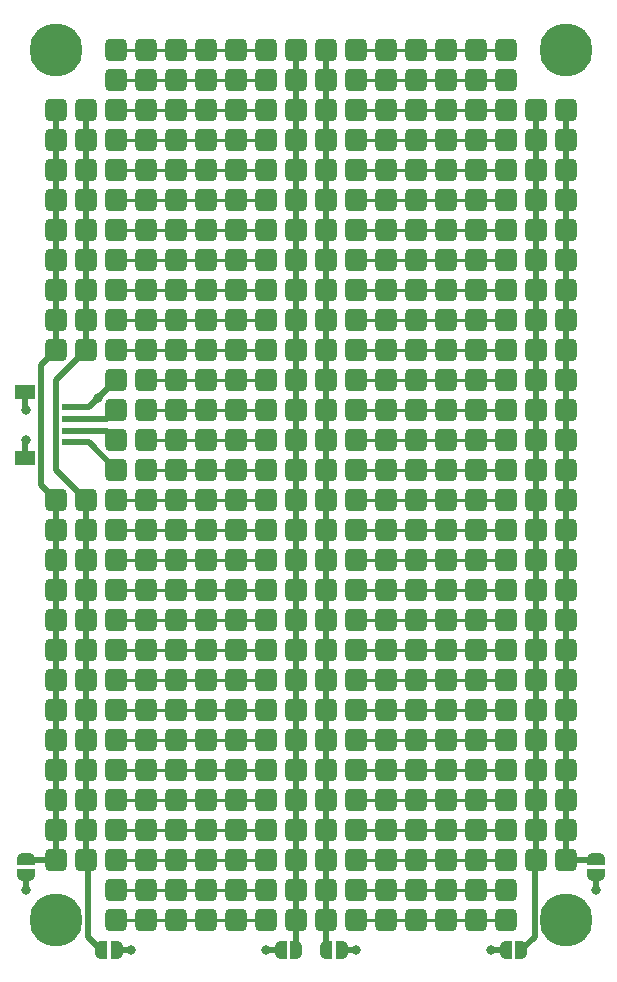
<source format=gbr>
%TF.GenerationSoftware,KiCad,Pcbnew,8.0.8*%
%TF.CreationDate,2025-08-24T09:26:36-04:00*%
%TF.ProjectId,project-protoboard,70726f6a-6563-4742-9d70-726f746f626f,rev?*%
%TF.SameCoordinates,Original*%
%TF.FileFunction,Copper,L1,Top*%
%TF.FilePolarity,Positive*%
%FSLAX46Y46*%
G04 Gerber Fmt 4.6, Leading zero omitted, Abs format (unit mm)*
G04 Created by KiCad (PCBNEW 8.0.8) date 2025-08-24 09:26:36*
%MOMM*%
%LPD*%
G01*
G04 APERTURE LIST*
G04 Aperture macros list*
%AMRoundRect*
0 Rectangle with rounded corners*
0 $1 Rounding radius*
0 $2 $3 $4 $5 $6 $7 $8 $9 X,Y pos of 4 corners*
0 Add a 4 corners polygon primitive as box body*
4,1,4,$2,$3,$4,$5,$6,$7,$8,$9,$2,$3,0*
0 Add four circle primitives for the rounded corners*
1,1,$1+$1,$2,$3*
1,1,$1+$1,$4,$5*
1,1,$1+$1,$6,$7*
1,1,$1+$1,$8,$9*
0 Add four rect primitives between the rounded corners*
20,1,$1+$1,$2,$3,$4,$5,0*
20,1,$1+$1,$4,$5,$6,$7,0*
20,1,$1+$1,$6,$7,$8,$9,0*
20,1,$1+$1,$8,$9,$2,$3,0*%
%AMFreePoly0*
4,1,19,0.500000,-0.750000,0.000000,-0.750000,0.000000,-0.744911,-0.071157,-0.744911,-0.207708,-0.704816,-0.327430,-0.627875,-0.420627,-0.520320,-0.479746,-0.390866,-0.500000,-0.250000,-0.500000,0.250000,-0.479746,0.390866,-0.420627,0.520320,-0.327430,0.627875,-0.207708,0.704816,-0.071157,0.744911,0.000000,0.744911,0.000000,0.750000,0.500000,0.750000,0.500000,-0.750000,0.500000,-0.750000,
$1*%
%AMFreePoly1*
4,1,19,0.000000,0.744911,0.071157,0.744911,0.207708,0.704816,0.327430,0.627875,0.420627,0.520320,0.479746,0.390866,0.500000,0.250000,0.500000,-0.250000,0.479746,-0.390866,0.420627,-0.520320,0.327430,-0.627875,0.207708,-0.704816,0.071157,-0.744911,0.000000,-0.744911,0.000000,-0.750000,-0.500000,-0.750000,-0.500000,0.750000,0.000000,0.750000,0.000000,0.744911,0.000000,0.744911,
$1*%
G04 Aperture macros list end*
%TA.AperFunction,SMDPad,CuDef*%
%ADD10RoundRect,0.475000X-0.475000X0.475000X-0.475000X-0.475000X0.475000X-0.475000X0.475000X0.475000X0*%
%TD*%
%TA.AperFunction,SMDPad,CuDef*%
%ADD11RoundRect,0.475000X-0.475000X-0.475000X0.475000X-0.475000X0.475000X0.475000X-0.475000X0.475000X0*%
%TD*%
%TA.AperFunction,SMDPad,CuDef*%
%ADD12RoundRect,0.475000X0.475000X0.475000X-0.475000X0.475000X-0.475000X-0.475000X0.475000X-0.475000X0*%
%TD*%
%TA.AperFunction,SMDPad,CuDef*%
%ADD13FreePoly0,180.000000*%
%TD*%
%TA.AperFunction,SMDPad,CuDef*%
%ADD14FreePoly1,180.000000*%
%TD*%
%TA.AperFunction,ComponentPad*%
%ADD15C,4.500000*%
%TD*%
%TA.AperFunction,SMDPad,CuDef*%
%ADD16R,1.550000X0.600000*%
%TD*%
%TA.AperFunction,SMDPad,CuDef*%
%ADD17R,1.800000X1.200000*%
%TD*%
%TA.AperFunction,SMDPad,CuDef*%
%ADD18FreePoly0,0.000000*%
%TD*%
%TA.AperFunction,SMDPad,CuDef*%
%ADD19FreePoly1,0.000000*%
%TD*%
%TA.AperFunction,SMDPad,CuDef*%
%ADD20FreePoly0,90.000000*%
%TD*%
%TA.AperFunction,SMDPad,CuDef*%
%ADD21FreePoly1,90.000000*%
%TD*%
%TA.AperFunction,ViaPad*%
%ADD22C,0.800000*%
%TD*%
%TA.AperFunction,Conductor*%
%ADD23C,0.500000*%
%TD*%
%TA.AperFunction,Conductor*%
%ADD24C,0.254000*%
%TD*%
G04 APERTURE END LIST*
D10*
%TO.P,J9,1,Pin_1*%
%TO.N,Net-(J9-Pin_1)*%
X81280000Y-27940000D03*
%TO.P,J9,2,Pin_2*%
X83820000Y-27940000D03*
%TO.P,J9,3,Pin_3*%
X86360000Y-27940000D03*
%TO.P,J9,4,Pin_4*%
X88900000Y-27940000D03*
%TO.P,J9,5,Pin_5*%
X91440000Y-27940000D03*
%TO.P,J9,6,Pin_6*%
X93980000Y-27940000D03*
%TD*%
D11*
%TO.P,J37,1,Pin_1*%
%TO.N,Net-(J37-Pin_1)*%
X96520000Y-96520000D03*
%TO.P,J37,2,Pin_2*%
X96520000Y-93980000D03*
%TO.P,J37,3,Pin_3*%
X96520000Y-91440000D03*
%TO.P,J37,4,Pin_4*%
X96520000Y-88900000D03*
%TO.P,J37,5,Pin_5*%
X96520000Y-86360000D03*
%TO.P,J37,6,Pin_6*%
X96520000Y-83820000D03*
%TO.P,J37,7,Pin_7*%
X96520000Y-81280000D03*
%TO.P,J37,8,Pin_8*%
X96520000Y-78740000D03*
%TO.P,J37,9,Pin_9*%
X96520000Y-76200000D03*
%TO.P,J37,10,Pin_10*%
X96520000Y-73660000D03*
%TO.P,J37,11,Pin_11*%
X96520000Y-71120000D03*
%TO.P,J37,12,Pin_12*%
X96520000Y-68580000D03*
%TO.P,J37,13,Pin_13*%
X96520000Y-66040000D03*
%TO.P,J37,14,Pin_14*%
X96520000Y-63500000D03*
%TO.P,J37,15,Pin_15*%
X96520000Y-60960000D03*
%TO.P,J37,16,Pin_16*%
X96520000Y-58420000D03*
%TO.P,J37,17,Pin_17*%
X96520000Y-55880000D03*
%TO.P,J37,18,Pin_18*%
X96520000Y-53340000D03*
%TO.P,J37,19,Pin_19*%
X96520000Y-50800000D03*
%TO.P,J37,20,Pin_20*%
X96520000Y-48260000D03*
%TO.P,J37,21,Pin_21*%
X96520000Y-45720000D03*
%TO.P,J37,22,Pin_22*%
X96520000Y-43180000D03*
%TO.P,J37,23,Pin_23*%
X96520000Y-40640000D03*
%TO.P,J37,24,Pin_24*%
X96520000Y-38100000D03*
%TO.P,J37,25,Pin_25*%
X96520000Y-35560000D03*
%TO.P,J37,26,Pin_26*%
X96520000Y-33020000D03*
%TO.P,J37,27,Pin_27*%
X96520000Y-30480000D03*
%TO.P,J37,28,Pin_28*%
X96520000Y-27940000D03*
%TO.P,J37,29,Pin_29*%
X96520000Y-25400000D03*
%TO.P,J37,30,Pin_30*%
X96520000Y-22860000D03*
%TD*%
D12*
%TO.P,J70,1,Pin_1*%
%TO.N,Net-(J70-Pin_1)*%
X116840000Y-27940000D03*
%TO.P,J70,2,Pin_2*%
X116840000Y-30480000D03*
%TO.P,J70,3,Pin_3*%
X116840000Y-33020000D03*
%TO.P,J70,4,Pin_4*%
X116840000Y-35560000D03*
%TO.P,J70,5,Pin_5*%
X116840000Y-38100000D03*
%TO.P,J70,6,Pin_6*%
X116840000Y-40640000D03*
%TO.P,J70,7,Pin_7*%
X116840000Y-43180000D03*
%TO.P,J70,8,Pin_8*%
X116840000Y-45720000D03*
%TO.P,J70,9,Pin_9*%
X116840000Y-48260000D03*
%TO.P,J70,10,Pin_10*%
X116840000Y-50800000D03*
%TO.P,J70,11,Pin_11*%
X116840000Y-53340000D03*
%TO.P,J70,12,Pin_12*%
X116840000Y-55880000D03*
%TO.P,J70,13,Pin_13*%
X116840000Y-58420000D03*
%TO.P,J70,14,Pin_14*%
X116840000Y-60960000D03*
%TO.P,J70,15,Pin_15*%
X116840000Y-63500000D03*
%TO.P,J70,16,Pin_16*%
X116840000Y-66040000D03*
%TO.P,J70,17,Pin_17*%
X116840000Y-68580000D03*
%TO.P,J70,18,Pin_18*%
X116840000Y-71120000D03*
%TO.P,J70,19,Pin_19*%
X116840000Y-73660000D03*
%TO.P,J70,20,Pin_20*%
X116840000Y-76200000D03*
%TO.P,J70,21,Pin_21*%
X116840000Y-78740000D03*
%TO.P,J70,22,Pin_22*%
X116840000Y-81280000D03*
%TO.P,J70,23,Pin_23*%
X116840000Y-83820000D03*
%TO.P,J70,24,Pin_24*%
X116840000Y-86360000D03*
%TO.P,J70,25,Pin_25*%
X116840000Y-88900000D03*
%TO.P,J70,26,Pin_26*%
X116840000Y-91440000D03*
%TD*%
D10*
%TO.P,J59,1,Pin_1*%
%TO.N,Net-(J59-Pin_1)*%
X101600000Y-73660000D03*
%TO.P,J59,2,Pin_2*%
X104140000Y-73660000D03*
%TO.P,J59,3,Pin_3*%
X106680000Y-73660000D03*
%TO.P,J59,4,Pin_4*%
X109220000Y-73660000D03*
%TO.P,J59,5,Pin_5*%
X111760000Y-73660000D03*
%TO.P,J59,6,Pin_6*%
X114300000Y-73660000D03*
%TD*%
%TO.P,J24,1,Pin_1*%
%TO.N,Net-(J24-Pin_1)*%
X81280000Y-66040000D03*
%TO.P,J24,2,Pin_2*%
X83820000Y-66040000D03*
%TO.P,J24,3,Pin_3*%
X86360000Y-66040000D03*
%TO.P,J24,4,Pin_4*%
X88900000Y-66040000D03*
%TO.P,J24,5,Pin_5*%
X91440000Y-66040000D03*
%TO.P,J24,6,Pin_6*%
X93980000Y-66040000D03*
%TD*%
D12*
%TO.P,J69,1,Pin_1*%
%TO.N,Net-(J69-Pin_1)*%
X119380000Y-27940000D03*
%TO.P,J69,2,Pin_2*%
X119380000Y-30480000D03*
%TO.P,J69,3,Pin_3*%
X119380000Y-33020000D03*
%TO.P,J69,4,Pin_4*%
X119380000Y-35560000D03*
%TO.P,J69,5,Pin_5*%
X119380000Y-38100000D03*
%TO.P,J69,6,Pin_6*%
X119380000Y-40640000D03*
%TO.P,J69,7,Pin_7*%
X119380000Y-43180000D03*
%TO.P,J69,8,Pin_8*%
X119380000Y-45720000D03*
%TO.P,J69,9,Pin_9*%
X119380000Y-48260000D03*
%TO.P,J69,10,Pin_10*%
X119380000Y-50800000D03*
%TO.P,J69,11,Pin_11*%
X119380000Y-53340000D03*
%TO.P,J69,12,Pin_12*%
X119380000Y-55880000D03*
%TO.P,J69,13,Pin_13*%
X119380000Y-58420000D03*
%TO.P,J69,14,Pin_14*%
X119380000Y-60960000D03*
%TO.P,J69,15,Pin_15*%
X119380000Y-63500000D03*
%TO.P,J69,16,Pin_16*%
X119380000Y-66040000D03*
%TO.P,J69,17,Pin_17*%
X119380000Y-68580000D03*
%TO.P,J69,18,Pin_18*%
X119380000Y-71120000D03*
%TO.P,J69,19,Pin_19*%
X119380000Y-73660000D03*
%TO.P,J69,20,Pin_20*%
X119380000Y-76200000D03*
%TO.P,J69,21,Pin_21*%
X119380000Y-78740000D03*
%TO.P,J69,22,Pin_22*%
X119380000Y-81280000D03*
%TO.P,J69,23,Pin_23*%
X119380000Y-83820000D03*
%TO.P,J69,24,Pin_24*%
X119380000Y-86360000D03*
%TO.P,J69,25,Pin_25*%
X119380000Y-88900000D03*
%TO.P,J69,26,Pin_26*%
X119380000Y-91440000D03*
%TD*%
D13*
%TO.P,JP4,1,A*%
%TO.N,GND*%
X100360000Y-99060000D03*
D14*
%TO.P,JP4,2,B*%
%TO.N,Net-(J38-Pin_1)*%
X99060000Y-99060000D03*
%TD*%
D10*
%TO.P,J44,1,Pin_1*%
%TO.N,Net-(J44-Pin_1)*%
X101600000Y-35560000D03*
%TO.P,J44,2,Pin_2*%
X104140000Y-35560000D03*
%TO.P,J44,3,Pin_3*%
X106680000Y-35560000D03*
%TO.P,J44,4,Pin_4*%
X109220000Y-35560000D03*
%TO.P,J44,5,Pin_5*%
X111760000Y-35560000D03*
%TO.P,J44,6,Pin_6*%
X114300000Y-35560000D03*
%TD*%
%TO.P,J35,1,Pin_1*%
%TO.N,Net-(J35-Pin_1)*%
X81280000Y-93980000D03*
%TO.P,J35,2,Pin_2*%
X83820000Y-93980000D03*
%TO.P,J35,3,Pin_3*%
X86360000Y-93980000D03*
%TO.P,J35,4,Pin_4*%
X88900000Y-93980000D03*
%TO.P,J35,5,Pin_5*%
X91440000Y-93980000D03*
%TO.P,J35,6,Pin_6*%
X93980000Y-93980000D03*
%TD*%
%TO.P,J17,1,Pin_1*%
%TO.N,Net-(J17-Pin_1)*%
X81280000Y-48260000D03*
%TO.P,J17,2,Pin_2*%
X83820000Y-48260000D03*
%TO.P,J17,3,Pin_3*%
X86360000Y-48260000D03*
%TO.P,J17,4,Pin_4*%
X88900000Y-48260000D03*
%TO.P,J17,5,Pin_5*%
X91440000Y-48260000D03*
%TO.P,J17,6,Pin_6*%
X93980000Y-48260000D03*
%TD*%
D12*
%TO.P,J5,1,Pin_1*%
%TO.N,Net-(J5-Pin_1)*%
X76200000Y-27940000D03*
%TO.P,J5,2,Pin_2*%
X76200000Y-30480000D03*
%TO.P,J5,3,Pin_3*%
X76200000Y-33020000D03*
%TO.P,J5,4,Pin_4*%
X76200000Y-35560000D03*
%TO.P,J5,5,Pin_5*%
X76200000Y-38100000D03*
%TO.P,J5,6,Pin_6*%
X76200000Y-40640000D03*
%TO.P,J5,7,Pin_7*%
X76200000Y-43180000D03*
%TO.P,J5,8,Pin_8*%
X76200000Y-45720000D03*
%TO.P,J5,9,Pin_9*%
X76200000Y-48260000D03*
%TD*%
D10*
%TO.P,J30,1,Pin_1*%
%TO.N,Net-(J30-Pin_1)*%
X81280000Y-81280000D03*
%TO.P,J30,2,Pin_2*%
X83820000Y-81280000D03*
%TO.P,J30,3,Pin_3*%
X86360000Y-81280000D03*
%TO.P,J30,4,Pin_4*%
X88900000Y-81280000D03*
%TO.P,J30,5,Pin_5*%
X91440000Y-81280000D03*
%TO.P,J30,6,Pin_6*%
X93980000Y-81280000D03*
%TD*%
D15*
%TO.P,H4,1,1*%
%TO.N,GND*%
X119380000Y-96520000D03*
%TD*%
D10*
%TO.P,J66,1,Pin_1*%
%TO.N,Net-(J66-Pin_1)*%
X101600000Y-91440000D03*
%TO.P,J66,2,Pin_2*%
X104140000Y-91440000D03*
%TO.P,J66,3,Pin_3*%
X106680000Y-91440000D03*
%TO.P,J66,4,Pin_4*%
X109220000Y-91440000D03*
%TO.P,J66,5,Pin_5*%
X111760000Y-91440000D03*
%TO.P,J66,6,Pin_6*%
X114300000Y-91440000D03*
%TD*%
%TO.P,J42,1,Pin_1*%
%TO.N,Net-(J42-Pin_1)*%
X101600000Y-30480000D03*
%TO.P,J42,2,Pin_2*%
X104140000Y-30480000D03*
%TO.P,J42,3,Pin_3*%
X106680000Y-30480000D03*
%TO.P,J42,4,Pin_4*%
X109220000Y-30480000D03*
%TO.P,J42,5,Pin_5*%
X111760000Y-30480000D03*
%TO.P,J42,6,Pin_6*%
X114300000Y-30480000D03*
%TD*%
%TO.P,J55,1,Pin_1*%
%TO.N,Net-(J55-Pin_1)*%
X101600000Y-63500000D03*
%TO.P,J55,2,Pin_2*%
X104140000Y-63500000D03*
%TO.P,J55,3,Pin_3*%
X106680000Y-63500000D03*
%TO.P,J55,4,Pin_4*%
X109220000Y-63500000D03*
%TO.P,J55,5,Pin_5*%
X111760000Y-63500000D03*
%TO.P,J55,6,Pin_6*%
X114300000Y-63500000D03*
%TD*%
%TO.P,J13,1,Pin_1*%
%TO.N,Net-(J13-Pin_1)*%
X81280000Y-38100000D03*
%TO.P,J13,2,Pin_2*%
X83820000Y-38100000D03*
%TO.P,J13,3,Pin_3*%
X86360000Y-38100000D03*
%TO.P,J13,4,Pin_4*%
X88900000Y-38100000D03*
%TO.P,J13,5,Pin_5*%
X91440000Y-38100000D03*
%TO.P,J13,6,Pin_6*%
X93980000Y-38100000D03*
%TD*%
%TO.P,J36,1,Pin_1*%
%TO.N,Net-(J36-Pin_1)*%
X81280000Y-96520000D03*
%TO.P,J36,2,Pin_2*%
X83820000Y-96520000D03*
%TO.P,J36,3,Pin_3*%
X86360000Y-96520000D03*
%TO.P,J36,4,Pin_4*%
X88900000Y-96520000D03*
%TO.P,J36,5,Pin_5*%
X91440000Y-96520000D03*
%TO.P,J36,6,Pin_6*%
X93980000Y-96520000D03*
%TD*%
%TO.P,J39,1,Pin_1*%
%TO.N,Net-(J39-Pin_1)*%
X101600000Y-22860000D03*
%TO.P,J39,2,Pin_2*%
X104140000Y-22860000D03*
%TO.P,J39,3,Pin_3*%
X106680000Y-22860000D03*
%TO.P,J39,4,Pin_4*%
X109220000Y-22860000D03*
%TO.P,J39,5,Pin_5*%
X111760000Y-22860000D03*
%TO.P,J39,6,Pin_6*%
X114300000Y-22860000D03*
%TD*%
D16*
%TO.P,J1,1,1*%
%TO.N,GND*%
X77438000Y-53110000D03*
%TO.P,J1,2,2*%
%TO.N,/VDD*%
X77438000Y-54110000D03*
%TO.P,J1,3,3*%
%TO.N,/SCA*%
X77438000Y-55110000D03*
%TO.P,J1,4,4*%
%TO.N,/SCL*%
X77438000Y-56110000D03*
D17*
%TO.P,J1,S1,SHIELD*%
%TO.N,GND*%
X73563000Y-51810000D03*
%TO.P,J1,S2,SHIELD*%
X73563000Y-57410000D03*
%TD*%
D10*
%TO.P,J45,1,Pin_1*%
%TO.N,Net-(J45-Pin_1)*%
X101600000Y-38100000D03*
%TO.P,J45,2,Pin_2*%
X104140000Y-38100000D03*
%TO.P,J45,3,Pin_3*%
X106680000Y-38100000D03*
%TO.P,J45,4,Pin_4*%
X109220000Y-38100000D03*
%TO.P,J45,5,Pin_5*%
X111760000Y-38100000D03*
%TO.P,J45,6,Pin_6*%
X114300000Y-38100000D03*
%TD*%
D12*
%TO.P,J3,1,Pin_1*%
%TO.N,Net-(J3-Pin_1)*%
X78740000Y-27940000D03*
%TO.P,J3,2,Pin_2*%
X78740000Y-30480000D03*
%TO.P,J3,3,Pin_3*%
X78740000Y-33020000D03*
%TO.P,J3,4,Pin_4*%
X78740000Y-35560000D03*
%TO.P,J3,5,Pin_5*%
X78740000Y-38100000D03*
%TO.P,J3,6,Pin_6*%
X78740000Y-40640000D03*
%TO.P,J3,7,Pin_7*%
X78740000Y-43180000D03*
%TO.P,J3,8,Pin_8*%
X78740000Y-45720000D03*
%TO.P,J3,9,Pin_9*%
X78740000Y-48260000D03*
%TD*%
D10*
%TO.P,J61,1,Pin_1*%
%TO.N,Net-(J61-Pin_1)*%
X101600000Y-78740000D03*
%TO.P,J61,2,Pin_2*%
X104140000Y-78740000D03*
%TO.P,J61,3,Pin_3*%
X106680000Y-78740000D03*
%TO.P,J61,4,Pin_4*%
X109220000Y-78740000D03*
%TO.P,J61,5,Pin_5*%
X111760000Y-78740000D03*
%TO.P,J61,6,Pin_6*%
X114300000Y-78740000D03*
%TD*%
D15*
%TO.P,H2,1,1*%
%TO.N,GND*%
X119380000Y-22860000D03*
%TD*%
D18*
%TO.P,JP6,1,A*%
%TO.N,GND*%
X114270000Y-99060000D03*
D19*
%TO.P,JP6,2,B*%
%TO.N,Net-(J70-Pin_1)*%
X115570000Y-99060000D03*
%TD*%
D10*
%TO.P,J53,1,Pin_1*%
%TO.N,Net-(J53-Pin_1)*%
X101600000Y-58420000D03*
%TO.P,J53,2,Pin_2*%
X104140000Y-58420000D03*
%TO.P,J53,3,Pin_3*%
X106680000Y-58420000D03*
%TO.P,J53,4,Pin_4*%
X109220000Y-58420000D03*
%TO.P,J53,5,Pin_5*%
X111760000Y-58420000D03*
%TO.P,J53,6,Pin_6*%
X114300000Y-58420000D03*
%TD*%
%TO.P,J8,1,Pin_1*%
%TO.N,Net-(J8-Pin_1)*%
X81280000Y-25400000D03*
%TO.P,J8,2,Pin_2*%
X83820000Y-25400000D03*
%TO.P,J8,3,Pin_3*%
X86360000Y-25400000D03*
%TO.P,J8,4,Pin_4*%
X88900000Y-25400000D03*
%TO.P,J8,5,Pin_5*%
X91440000Y-25400000D03*
%TO.P,J8,6,Pin_6*%
X93980000Y-25400000D03*
%TD*%
D18*
%TO.P,JP3,1,A*%
%TO.N,GND*%
X95220000Y-99060000D03*
D19*
%TO.P,JP3,2,B*%
%TO.N,Net-(J37-Pin_1)*%
X96520000Y-99060000D03*
%TD*%
D10*
%TO.P,J56,1,Pin_1*%
%TO.N,Net-(J56-Pin_1)*%
X101600000Y-66040000D03*
%TO.P,J56,2,Pin_2*%
X104140000Y-66040000D03*
%TO.P,J56,3,Pin_3*%
X106680000Y-66040000D03*
%TO.P,J56,4,Pin_4*%
X109220000Y-66040000D03*
%TO.P,J56,5,Pin_5*%
X111760000Y-66040000D03*
%TO.P,J56,6,Pin_6*%
X114300000Y-66040000D03*
%TD*%
D11*
%TO.P,J38,1,Pin_1*%
%TO.N,Net-(J38-Pin_1)*%
X99060000Y-96520000D03*
%TO.P,J38,2,Pin_2*%
X99060000Y-93980000D03*
%TO.P,J38,3,Pin_3*%
X99060000Y-91440000D03*
%TO.P,J38,4,Pin_4*%
X99060000Y-88900000D03*
%TO.P,J38,5,Pin_5*%
X99060000Y-86360000D03*
%TO.P,J38,6,Pin_6*%
X99060000Y-83820000D03*
%TO.P,J38,7,Pin_7*%
X99060000Y-81280000D03*
%TO.P,J38,8,Pin_8*%
X99060000Y-78740000D03*
%TO.P,J38,9,Pin_9*%
X99060000Y-76200000D03*
%TO.P,J38,10,Pin_10*%
X99060000Y-73660000D03*
%TO.P,J38,11,Pin_11*%
X99060000Y-71120000D03*
%TO.P,J38,12,Pin_12*%
X99060000Y-68580000D03*
%TO.P,J38,13,Pin_13*%
X99060000Y-66040000D03*
%TO.P,J38,14,Pin_14*%
X99060000Y-63500000D03*
%TO.P,J38,15,Pin_15*%
X99060000Y-60960000D03*
%TO.P,J38,16,Pin_16*%
X99060000Y-58420000D03*
%TO.P,J38,17,Pin_17*%
X99060000Y-55880000D03*
%TO.P,J38,18,Pin_18*%
X99060000Y-53340000D03*
%TO.P,J38,19,Pin_19*%
X99060000Y-50800000D03*
%TO.P,J38,20,Pin_20*%
X99060000Y-48260000D03*
%TO.P,J38,21,Pin_21*%
X99060000Y-45720000D03*
%TO.P,J38,22,Pin_22*%
X99060000Y-43180000D03*
%TO.P,J38,23,Pin_23*%
X99060000Y-40640000D03*
%TO.P,J38,24,Pin_24*%
X99060000Y-38100000D03*
%TO.P,J38,25,Pin_25*%
X99060000Y-35560000D03*
%TO.P,J38,26,Pin_26*%
X99060000Y-33020000D03*
%TO.P,J38,27,Pin_27*%
X99060000Y-30480000D03*
%TO.P,J38,28,Pin_28*%
X99060000Y-27940000D03*
%TO.P,J38,29,Pin_29*%
X99060000Y-25400000D03*
%TO.P,J38,30,Pin_30*%
X99060000Y-22860000D03*
%TD*%
D10*
%TO.P,J12,1,Pin_1*%
%TO.N,Net-(J12-Pin_1)*%
X81280000Y-35560000D03*
%TO.P,J12,2,Pin_2*%
X83820000Y-35560000D03*
%TO.P,J12,3,Pin_3*%
X86360000Y-35560000D03*
%TO.P,J12,4,Pin_4*%
X88900000Y-35560000D03*
%TO.P,J12,5,Pin_5*%
X91440000Y-35560000D03*
%TO.P,J12,6,Pin_6*%
X93980000Y-35560000D03*
%TD*%
%TO.P,J15,1,Pin_1*%
%TO.N,Net-(J15-Pin_1)*%
X81280000Y-43180000D03*
%TO.P,J15,2,Pin_2*%
X83820000Y-43180000D03*
%TO.P,J15,3,Pin_3*%
X86360000Y-43180000D03*
%TO.P,J15,4,Pin_4*%
X88900000Y-43180000D03*
%TO.P,J15,5,Pin_5*%
X91440000Y-43180000D03*
%TO.P,J15,6,Pin_6*%
X93980000Y-43180000D03*
%TD*%
%TO.P,J67,1,Pin_1*%
%TO.N,Net-(J67-Pin_1)*%
X101600000Y-93980000D03*
%TO.P,J67,2,Pin_2*%
X104140000Y-93980000D03*
%TO.P,J67,3,Pin_3*%
X106680000Y-93980000D03*
%TO.P,J67,4,Pin_4*%
X109220000Y-93980000D03*
%TO.P,J67,5,Pin_5*%
X111760000Y-93980000D03*
%TO.P,J67,6,Pin_6*%
X114300000Y-93980000D03*
%TD*%
%TO.P,J28,1,Pin_1*%
%TO.N,Net-(J28-Pin_1)*%
X81280000Y-76200000D03*
%TO.P,J28,2,Pin_2*%
X83820000Y-76200000D03*
%TO.P,J28,3,Pin_3*%
X86360000Y-76200000D03*
%TO.P,J28,4,Pin_4*%
X88900000Y-76200000D03*
%TO.P,J28,5,Pin_5*%
X91440000Y-76200000D03*
%TO.P,J28,6,Pin_6*%
X93980000Y-76200000D03*
%TD*%
%TO.P,J25,1,Pin_1*%
%TO.N,Net-(J25-Pin_1)*%
X81280000Y-68580000D03*
%TO.P,J25,2,Pin_2*%
X83820000Y-68580000D03*
%TO.P,J25,3,Pin_3*%
X86360000Y-68580000D03*
%TO.P,J25,4,Pin_4*%
X88900000Y-68580000D03*
%TO.P,J25,5,Pin_5*%
X91440000Y-68580000D03*
%TO.P,J25,6,Pin_6*%
X93980000Y-68580000D03*
%TD*%
%TO.P,J41,1,Pin_1*%
%TO.N,Net-(J41-Pin_1)*%
X101600000Y-27940000D03*
%TO.P,J41,2,Pin_2*%
X104140000Y-27940000D03*
%TO.P,J41,3,Pin_3*%
X106680000Y-27940000D03*
%TO.P,J41,4,Pin_4*%
X109220000Y-27940000D03*
%TO.P,J41,5,Pin_5*%
X111760000Y-27940000D03*
%TO.P,J41,6,Pin_6*%
X114300000Y-27940000D03*
%TD*%
%TO.P,J43,1,Pin_1*%
%TO.N,Net-(J43-Pin_1)*%
X101600000Y-33020000D03*
%TO.P,J43,2,Pin_2*%
X104140000Y-33020000D03*
%TO.P,J43,3,Pin_3*%
X106680000Y-33020000D03*
%TO.P,J43,4,Pin_4*%
X109220000Y-33020000D03*
%TO.P,J43,5,Pin_5*%
X111760000Y-33020000D03*
%TO.P,J43,6,Pin_6*%
X114300000Y-33020000D03*
%TD*%
%TO.P,J47,1,Pin_1*%
%TO.N,Net-(J47-Pin_1)*%
X101600000Y-43180000D03*
%TO.P,J47,2,Pin_2*%
X104140000Y-43180000D03*
%TO.P,J47,3,Pin_3*%
X106680000Y-43180000D03*
%TO.P,J47,4,Pin_4*%
X109220000Y-43180000D03*
%TO.P,J47,5,Pin_5*%
X111760000Y-43180000D03*
%TO.P,J47,6,Pin_6*%
X114300000Y-43180000D03*
%TD*%
%TO.P,J46,1,Pin_1*%
%TO.N,Net-(J46-Pin_1)*%
X101600000Y-40640000D03*
%TO.P,J46,2,Pin_2*%
X104140000Y-40640000D03*
%TO.P,J46,3,Pin_3*%
X106680000Y-40640000D03*
%TO.P,J46,4,Pin_4*%
X109220000Y-40640000D03*
%TO.P,J46,5,Pin_5*%
X111760000Y-40640000D03*
%TO.P,J46,6,Pin_6*%
X114300000Y-40640000D03*
%TD*%
%TO.P,J11,1,Pin_1*%
%TO.N,Net-(J11-Pin_1)*%
X81280000Y-33020000D03*
%TO.P,J11,2,Pin_2*%
X83820000Y-33020000D03*
%TO.P,J11,3,Pin_3*%
X86360000Y-33020000D03*
%TO.P,J11,4,Pin_4*%
X88900000Y-33020000D03*
%TO.P,J11,5,Pin_5*%
X91440000Y-33020000D03*
%TO.P,J11,6,Pin_6*%
X93980000Y-33020000D03*
%TD*%
%TO.P,J49,1,Pin_1*%
%TO.N,Net-(J49-Pin_1)*%
X101600000Y-48260000D03*
%TO.P,J49,2,Pin_2*%
X104140000Y-48260000D03*
%TO.P,J49,3,Pin_3*%
X106680000Y-48260000D03*
%TO.P,J49,4,Pin_4*%
X109220000Y-48260000D03*
%TO.P,J49,5,Pin_5*%
X111760000Y-48260000D03*
%TO.P,J49,6,Pin_6*%
X114300000Y-48260000D03*
%TD*%
%TO.P,J57,1,Pin_1*%
%TO.N,Net-(J57-Pin_1)*%
X101600000Y-68580000D03*
%TO.P,J57,2,Pin_2*%
X104140000Y-68580000D03*
%TO.P,J57,3,Pin_3*%
X106680000Y-68580000D03*
%TO.P,J57,4,Pin_4*%
X109220000Y-68580000D03*
%TO.P,J57,5,Pin_5*%
X111760000Y-68580000D03*
%TO.P,J57,6,Pin_6*%
X114300000Y-68580000D03*
%TD*%
D20*
%TO.P,JP5,1,A*%
%TO.N,GND*%
X121920000Y-92710000D03*
D21*
%TO.P,JP5,2,B*%
%TO.N,Net-(J69-Pin_1)*%
X121920000Y-91410000D03*
%TD*%
D10*
%TO.P,J22,1,Pin_1*%
%TO.N,Net-(J22-Pin_1)*%
X81280000Y-60960000D03*
%TO.P,J22,2,Pin_2*%
X83820000Y-60960000D03*
%TO.P,J22,3,Pin_3*%
X86360000Y-60960000D03*
%TO.P,J22,4,Pin_4*%
X88900000Y-60960000D03*
%TO.P,J22,5,Pin_5*%
X91440000Y-60960000D03*
%TO.P,J22,6,Pin_6*%
X93980000Y-60960000D03*
%TD*%
%TO.P,J31,1,Pin_1*%
%TO.N,Net-(J31-Pin_1)*%
X81280000Y-83820000D03*
%TO.P,J31,2,Pin_2*%
X83820000Y-83820000D03*
%TO.P,J31,3,Pin_3*%
X86360000Y-83820000D03*
%TO.P,J31,4,Pin_4*%
X88900000Y-83820000D03*
%TO.P,J31,5,Pin_5*%
X91440000Y-83820000D03*
%TO.P,J31,6,Pin_6*%
X93980000Y-83820000D03*
%TD*%
%TO.P,J54,1,Pin_1*%
%TO.N,Net-(J54-Pin_1)*%
X101600000Y-60960000D03*
%TO.P,J54,2,Pin_2*%
X104140000Y-60960000D03*
%TO.P,J54,3,Pin_3*%
X106680000Y-60960000D03*
%TO.P,J54,4,Pin_4*%
X109220000Y-60960000D03*
%TO.P,J54,5,Pin_5*%
X111760000Y-60960000D03*
%TO.P,J54,6,Pin_6*%
X114300000Y-60960000D03*
%TD*%
D12*
%TO.P,J2,1,Pin_1*%
%TO.N,GND*%
X81280000Y-50800000D03*
%TO.P,J2,2,Pin_2*%
%TO.N,/VDD*%
X81280000Y-53340000D03*
%TO.P,J2,3,Pin_3*%
%TO.N,/SCA*%
X81280000Y-55880000D03*
%TO.P,J2,4,Pin_4*%
%TO.N,/SCL*%
X81280000Y-58420000D03*
%TD*%
D10*
%TO.P,J64,1,Pin_1*%
%TO.N,Net-(J64-Pin_1)*%
X101600000Y-86360000D03*
%TO.P,J64,2,Pin_2*%
X104140000Y-86360000D03*
%TO.P,J64,3,Pin_3*%
X106680000Y-86360000D03*
%TO.P,J64,4,Pin_4*%
X109220000Y-86360000D03*
%TO.P,J64,5,Pin_5*%
X111760000Y-86360000D03*
%TO.P,J64,6,Pin_6*%
X114300000Y-86360000D03*
%TD*%
%TO.P,J29,1,Pin_1*%
%TO.N,Net-(J29-Pin_1)*%
X81280000Y-78740000D03*
%TO.P,J29,2,Pin_2*%
X83820000Y-78740000D03*
%TO.P,J29,3,Pin_3*%
X86360000Y-78740000D03*
%TO.P,J29,4,Pin_4*%
X88900000Y-78740000D03*
%TO.P,J29,5,Pin_5*%
X91440000Y-78740000D03*
%TO.P,J29,6,Pin_6*%
X93980000Y-78740000D03*
%TD*%
D15*
%TO.P,H1,1,1*%
%TO.N,GND*%
X76200000Y-22860000D03*
%TD*%
D10*
%TO.P,J14,1,Pin_1*%
%TO.N,Net-(J14-Pin_1)*%
X81280000Y-40640000D03*
%TO.P,J14,2,Pin_2*%
X83820000Y-40640000D03*
%TO.P,J14,3,Pin_3*%
X86360000Y-40640000D03*
%TO.P,J14,4,Pin_4*%
X88900000Y-40640000D03*
%TO.P,J14,5,Pin_5*%
X91440000Y-40640000D03*
%TO.P,J14,6,Pin_6*%
X93980000Y-40640000D03*
%TD*%
%TO.P,J68,1,Pin_1*%
%TO.N,Net-(J68-Pin_1)*%
X101600000Y-96520000D03*
%TO.P,J68,2,Pin_2*%
X104140000Y-96520000D03*
%TO.P,J68,3,Pin_3*%
X106680000Y-96520000D03*
%TO.P,J68,4,Pin_4*%
X109220000Y-96520000D03*
%TO.P,J68,5,Pin_5*%
X111760000Y-96520000D03*
%TO.P,J68,6,Pin_6*%
X114300000Y-96520000D03*
%TD*%
%TO.P,J18,1,Pin_1*%
%TO.N,Net-(J18-Pin_1)*%
X83820000Y-50800000D03*
%TO.P,J18,2,Pin_2*%
X86360000Y-50800000D03*
%TO.P,J18,3,Pin_3*%
X88900000Y-50800000D03*
%TO.P,J18,4,Pin_4*%
X91440000Y-50800000D03*
%TO.P,J18,5,Pin_5*%
X93980000Y-50800000D03*
%TD*%
D15*
%TO.P,H3,1,1*%
%TO.N,GND*%
X76200000Y-96520000D03*
%TD*%
D10*
%TO.P,J34,1,Pin_1*%
%TO.N,Net-(J34-Pin_1)*%
X81280000Y-91440000D03*
%TO.P,J34,2,Pin_2*%
X83820000Y-91440000D03*
%TO.P,J34,3,Pin_3*%
X86360000Y-91440000D03*
%TO.P,J34,4,Pin_4*%
X88900000Y-91440000D03*
%TO.P,J34,5,Pin_5*%
X91440000Y-91440000D03*
%TO.P,J34,6,Pin_6*%
X93980000Y-91440000D03*
%TD*%
%TO.P,J26,1,Pin_1*%
%TO.N,Net-(J26-Pin_1)*%
X81280000Y-71120000D03*
%TO.P,J26,2,Pin_2*%
X83820000Y-71120000D03*
%TO.P,J26,3,Pin_3*%
X86360000Y-71120000D03*
%TO.P,J26,4,Pin_4*%
X88900000Y-71120000D03*
%TO.P,J26,5,Pin_5*%
X91440000Y-71120000D03*
%TO.P,J26,6,Pin_6*%
X93980000Y-71120000D03*
%TD*%
%TO.P,J33,1,Pin_1*%
%TO.N,Net-(J33-Pin_1)*%
X81280000Y-88900000D03*
%TO.P,J33,2,Pin_2*%
X83820000Y-88900000D03*
%TO.P,J33,3,Pin_3*%
X86360000Y-88900000D03*
%TO.P,J33,4,Pin_4*%
X88900000Y-88900000D03*
%TO.P,J33,5,Pin_5*%
X91440000Y-88900000D03*
%TO.P,J33,6,Pin_6*%
X93980000Y-88900000D03*
%TD*%
%TO.P,J27,1,Pin_1*%
%TO.N,Net-(J27-Pin_1)*%
X81280000Y-73660000D03*
%TO.P,J27,2,Pin_2*%
X83820000Y-73660000D03*
%TO.P,J27,3,Pin_3*%
X86360000Y-73660000D03*
%TO.P,J27,4,Pin_4*%
X88900000Y-73660000D03*
%TO.P,J27,5,Pin_5*%
X91440000Y-73660000D03*
%TO.P,J27,6,Pin_6*%
X93980000Y-73660000D03*
%TD*%
%TO.P,J16,1,Pin_1*%
%TO.N,Net-(J16-Pin_1)*%
X81280000Y-45720000D03*
%TO.P,J16,2,Pin_2*%
X83820000Y-45720000D03*
%TO.P,J16,3,Pin_3*%
X86360000Y-45720000D03*
%TO.P,J16,4,Pin_4*%
X88900000Y-45720000D03*
%TO.P,J16,5,Pin_5*%
X91440000Y-45720000D03*
%TO.P,J16,6,Pin_6*%
X93980000Y-45720000D03*
%TD*%
%TO.P,J20,1,Pin_1*%
%TO.N,Net-(J20-Pin_1)*%
X83820000Y-55880000D03*
%TO.P,J20,2,Pin_2*%
X86360000Y-55880000D03*
%TO.P,J20,3,Pin_3*%
X88900000Y-55880000D03*
%TO.P,J20,4,Pin_4*%
X91440000Y-55880000D03*
%TO.P,J20,5,Pin_5*%
X93980000Y-55880000D03*
%TD*%
%TO.P,J48,1,Pin_1*%
%TO.N,Net-(J48-Pin_1)*%
X101600000Y-45720000D03*
%TO.P,J48,2,Pin_2*%
X104140000Y-45720000D03*
%TO.P,J48,3,Pin_3*%
X106680000Y-45720000D03*
%TO.P,J48,4,Pin_4*%
X109220000Y-45720000D03*
%TO.P,J48,5,Pin_5*%
X111760000Y-45720000D03*
%TO.P,J48,6,Pin_6*%
X114300000Y-45720000D03*
%TD*%
%TO.P,J63,1,Pin_1*%
%TO.N,Net-(J63-Pin_1)*%
X101600000Y-83820000D03*
%TO.P,J63,2,Pin_2*%
X104140000Y-83820000D03*
%TO.P,J63,3,Pin_3*%
X106680000Y-83820000D03*
%TO.P,J63,4,Pin_4*%
X109220000Y-83820000D03*
%TO.P,J63,5,Pin_5*%
X111760000Y-83820000D03*
%TO.P,J63,6,Pin_6*%
X114300000Y-83820000D03*
%TD*%
%TO.P,J62,1,Pin_1*%
%TO.N,Net-(J62-Pin_1)*%
X101600000Y-81280000D03*
%TO.P,J62,2,Pin_2*%
X104140000Y-81280000D03*
%TO.P,J62,3,Pin_3*%
X106680000Y-81280000D03*
%TO.P,J62,4,Pin_4*%
X109220000Y-81280000D03*
%TO.P,J62,5,Pin_5*%
X111760000Y-81280000D03*
%TO.P,J62,6,Pin_6*%
X114300000Y-81280000D03*
%TD*%
%TO.P,J58,1,Pin_1*%
%TO.N,Net-(J58-Pin_1)*%
X101600000Y-71120000D03*
%TO.P,J58,2,Pin_2*%
X104140000Y-71120000D03*
%TO.P,J58,3,Pin_3*%
X106680000Y-71120000D03*
%TO.P,J58,4,Pin_4*%
X109220000Y-71120000D03*
%TO.P,J58,5,Pin_5*%
X111760000Y-71120000D03*
%TO.P,J58,6,Pin_6*%
X114300000Y-71120000D03*
%TD*%
D13*
%TO.P,JP1,1,A*%
%TO.N,GND*%
X81310000Y-99060000D03*
D14*
%TO.P,JP1,2,B*%
%TO.N,Net-(J3-Pin_1)*%
X80010000Y-99060000D03*
%TD*%
D10*
%TO.P,J32,1,Pin_1*%
%TO.N,Net-(J32-Pin_1)*%
X81280000Y-86360000D03*
%TO.P,J32,2,Pin_2*%
X83820000Y-86360000D03*
%TO.P,J32,3,Pin_3*%
X86360000Y-86360000D03*
%TO.P,J32,4,Pin_4*%
X88900000Y-86360000D03*
%TO.P,J32,5,Pin_5*%
X91440000Y-86360000D03*
%TO.P,J32,6,Pin_6*%
X93980000Y-86360000D03*
%TD*%
%TO.P,J10,1,Pin_1*%
%TO.N,Net-(J10-Pin_1)*%
X81280000Y-30480000D03*
%TO.P,J10,2,Pin_2*%
X83820000Y-30480000D03*
%TO.P,J10,3,Pin_3*%
X86360000Y-30480000D03*
%TO.P,J10,4,Pin_4*%
X88900000Y-30480000D03*
%TO.P,J10,5,Pin_5*%
X91440000Y-30480000D03*
%TO.P,J10,6,Pin_6*%
X93980000Y-30480000D03*
%TD*%
D12*
%TO.P,J4,1,Pin_1*%
%TO.N,Net-(J3-Pin_1)*%
X78740000Y-60960000D03*
%TO.P,J4,2,Pin_2*%
X78740000Y-63500000D03*
%TO.P,J4,3,Pin_3*%
X78740000Y-66040000D03*
%TO.P,J4,4,Pin_4*%
X78740000Y-68580000D03*
%TO.P,J4,5,Pin_5*%
X78740000Y-71120000D03*
%TO.P,J4,6,Pin_6*%
X78740000Y-73660000D03*
%TO.P,J4,7,Pin_7*%
X78740000Y-76200000D03*
%TO.P,J4,8,Pin_8*%
X78740000Y-78740000D03*
%TO.P,J4,9,Pin_9*%
X78740000Y-81280000D03*
%TO.P,J4,10,Pin_10*%
X78740000Y-83820000D03*
%TO.P,J4,11,Pin_11*%
X78740000Y-86360000D03*
%TO.P,J4,12,Pin_12*%
X78740000Y-88900000D03*
%TO.P,J4,13,Pin_13*%
X78740000Y-91440000D03*
%TD*%
D10*
%TO.P,J51,1,Pin_1*%
%TO.N,Net-(J51-Pin_1)*%
X101600000Y-53340000D03*
%TO.P,J51,2,Pin_2*%
X104140000Y-53340000D03*
%TO.P,J51,3,Pin_3*%
X106680000Y-53340000D03*
%TO.P,J51,4,Pin_4*%
X109220000Y-53340000D03*
%TO.P,J51,5,Pin_5*%
X111760000Y-53340000D03*
%TO.P,J51,6,Pin_6*%
X114300000Y-53340000D03*
%TD*%
%TO.P,J7,1,Pin_1*%
%TO.N,Net-(J7-Pin_1)*%
X81280000Y-22860000D03*
%TO.P,J7,2,Pin_2*%
X83820000Y-22860000D03*
%TO.P,J7,3,Pin_3*%
X86360000Y-22860000D03*
%TO.P,J7,4,Pin_4*%
X88900000Y-22860000D03*
%TO.P,J7,5,Pin_5*%
X91440000Y-22860000D03*
%TO.P,J7,6,Pin_6*%
X93980000Y-22860000D03*
%TD*%
%TO.P,J40,1,Pin_1*%
%TO.N,Net-(J40-Pin_1)*%
X101600000Y-25400000D03*
%TO.P,J40,2,Pin_2*%
X104140000Y-25400000D03*
%TO.P,J40,3,Pin_3*%
X106680000Y-25400000D03*
%TO.P,J40,4,Pin_4*%
X109220000Y-25400000D03*
%TO.P,J40,5,Pin_5*%
X111760000Y-25400000D03*
%TO.P,J40,6,Pin_6*%
X114300000Y-25400000D03*
%TD*%
%TO.P,J21,1,Pin_1*%
%TO.N,Net-(J21-Pin_1)*%
X83820000Y-58420000D03*
%TO.P,J21,2,Pin_2*%
X86360000Y-58420000D03*
%TO.P,J21,3,Pin_3*%
X88900000Y-58420000D03*
%TO.P,J21,4,Pin_4*%
X91440000Y-58420000D03*
%TO.P,J21,5,Pin_5*%
X93980000Y-58420000D03*
%TD*%
%TO.P,J23,1,Pin_1*%
%TO.N,Net-(J23-Pin_1)*%
X81280000Y-63500000D03*
%TO.P,J23,2,Pin_2*%
X83820000Y-63500000D03*
%TO.P,J23,3,Pin_3*%
X86360000Y-63500000D03*
%TO.P,J23,4,Pin_4*%
X88900000Y-63500000D03*
%TO.P,J23,5,Pin_5*%
X91440000Y-63500000D03*
%TO.P,J23,6,Pin_6*%
X93980000Y-63500000D03*
%TD*%
%TO.P,J52,1,Pin_1*%
%TO.N,Net-(J52-Pin_1)*%
X101600000Y-55880000D03*
%TO.P,J52,2,Pin_2*%
X104140000Y-55880000D03*
%TO.P,J52,3,Pin_3*%
X106680000Y-55880000D03*
%TO.P,J52,4,Pin_4*%
X109220000Y-55880000D03*
%TO.P,J52,5,Pin_5*%
X111760000Y-55880000D03*
%TO.P,J52,6,Pin_6*%
X114300000Y-55880000D03*
%TD*%
%TO.P,J50,1,Pin_1*%
%TO.N,Net-(J50-Pin_1)*%
X101600000Y-50800000D03*
%TO.P,J50,2,Pin_2*%
X104140000Y-50800000D03*
%TO.P,J50,3,Pin_3*%
X106680000Y-50800000D03*
%TO.P,J50,4,Pin_4*%
X109220000Y-50800000D03*
%TO.P,J50,5,Pin_5*%
X111760000Y-50800000D03*
%TO.P,J50,6,Pin_6*%
X114300000Y-50800000D03*
%TD*%
%TO.P,J65,1,Pin_1*%
%TO.N,Net-(J65-Pin_1)*%
X101600000Y-88900000D03*
%TO.P,J65,2,Pin_2*%
X104140000Y-88900000D03*
%TO.P,J65,3,Pin_3*%
X106680000Y-88900000D03*
%TO.P,J65,4,Pin_4*%
X109220000Y-88900000D03*
%TO.P,J65,5,Pin_5*%
X111760000Y-88900000D03*
%TO.P,J65,6,Pin_6*%
X114300000Y-88900000D03*
%TD*%
D12*
%TO.P,J6,1,Pin_1*%
%TO.N,Net-(J5-Pin_1)*%
X76200000Y-60960000D03*
%TO.P,J6,2,Pin_2*%
X76200000Y-63500000D03*
%TO.P,J6,3,Pin_3*%
X76200000Y-66040000D03*
%TO.P,J6,4,Pin_4*%
X76200000Y-68580000D03*
%TO.P,J6,5,Pin_5*%
X76200000Y-71120000D03*
%TO.P,J6,6,Pin_6*%
X76200000Y-73660000D03*
%TO.P,J6,7,Pin_7*%
X76200000Y-76200000D03*
%TO.P,J6,8,Pin_8*%
X76200000Y-78740000D03*
%TO.P,J6,9,Pin_9*%
X76200000Y-81280000D03*
%TO.P,J6,10,Pin_10*%
X76200000Y-83820000D03*
%TO.P,J6,11,Pin_11*%
X76200000Y-86360000D03*
%TO.P,J6,12,Pin_12*%
X76200000Y-88900000D03*
%TO.P,J6,13,Pin_13*%
X76200000Y-91440000D03*
%TD*%
D10*
%TO.P,J19,1,Pin_1*%
%TO.N,Net-(J19-Pin_1)*%
X83820000Y-53340000D03*
%TO.P,J19,2,Pin_2*%
X86360000Y-53340000D03*
%TO.P,J19,3,Pin_3*%
X88900000Y-53340000D03*
%TO.P,J19,4,Pin_4*%
X91440000Y-53340000D03*
%TO.P,J19,5,Pin_5*%
X93980000Y-53340000D03*
%TD*%
%TO.P,J60,1,Pin_1*%
%TO.N,Net-(J60-Pin_1)*%
X101600000Y-76200000D03*
%TO.P,J60,2,Pin_2*%
X104140000Y-76200000D03*
%TO.P,J60,3,Pin_3*%
X106680000Y-76200000D03*
%TO.P,J60,4,Pin_4*%
X109220000Y-76200000D03*
%TO.P,J60,5,Pin_5*%
X111760000Y-76200000D03*
%TO.P,J60,6,Pin_6*%
X114300000Y-76200000D03*
%TD*%
D20*
%TO.P,JP2,1,A*%
%TO.N,GND*%
X73660000Y-92710000D03*
D21*
%TO.P,JP2,2,B*%
%TO.N,Net-(J5-Pin_1)*%
X73660000Y-91410000D03*
%TD*%
D22*
%TO.N,GND*%
X73660000Y-55880000D03*
X73660000Y-93980000D03*
X113030000Y-99060000D03*
X73660000Y-53340000D03*
X82550000Y-99060000D03*
X121920000Y-93980000D03*
X101600000Y-99060000D03*
X79756000Y-52324000D03*
X93980000Y-99060000D03*
%TD*%
D23*
%TO.N,GND*%
X73660000Y-92710000D02*
X73660000Y-93980000D01*
X81310000Y-99060000D02*
X82550000Y-99060000D01*
X73563000Y-55977000D02*
X73660000Y-55880000D01*
X78970000Y-53110000D02*
X79756000Y-52324000D01*
X100360000Y-99060000D02*
X101600000Y-99060000D01*
X95220000Y-99060000D02*
X93980000Y-99060000D01*
X121920000Y-92710000D02*
X121920000Y-93980000D01*
X114270000Y-99060000D02*
X113030000Y-99060000D01*
X73563000Y-53243000D02*
X73660000Y-53340000D01*
X73563000Y-57410000D02*
X73563000Y-55977000D01*
X77438000Y-53110000D02*
X78970000Y-53110000D01*
X79756000Y-52324000D02*
X81280000Y-50800000D01*
X73563000Y-51810000D02*
X73563000Y-53243000D01*
%TO.N,/SCA*%
X80510000Y-55110000D02*
X81280000Y-55880000D01*
X77438000Y-55110000D02*
X80510000Y-55110000D01*
%TO.N,/SCL*%
X78970000Y-56110000D02*
X81280000Y-58420000D01*
X77438000Y-56110000D02*
X78970000Y-56110000D01*
D24*
%TO.N,Net-(J7-Pin_1)*%
X91440000Y-22860000D02*
X93980000Y-22860000D01*
X86360000Y-22860000D02*
X88900000Y-22860000D01*
X91440000Y-22860000D02*
X88900000Y-22860000D01*
X83820000Y-22860000D02*
X86360000Y-22860000D01*
X81280000Y-22860000D02*
X83820000Y-22860000D01*
%TO.N,Net-(J8-Pin_1)*%
X91440000Y-25400000D02*
X93980000Y-25400000D01*
X86360000Y-25400000D02*
X88900000Y-25400000D01*
X91440000Y-25400000D02*
X88900000Y-25400000D01*
X81280000Y-25400000D02*
X83820000Y-25400000D01*
X83820000Y-25400000D02*
X86360000Y-25400000D01*
%TO.N,Net-(J9-Pin_1)*%
X81280000Y-27940000D02*
X83820000Y-27940000D01*
X91440000Y-27940000D02*
X88900000Y-27940000D01*
X86360000Y-27940000D02*
X88900000Y-27940000D01*
X86360000Y-27940000D02*
X83820000Y-27940000D01*
X91440000Y-27940000D02*
X93980000Y-27940000D01*
%TO.N,Net-(J10-Pin_1)*%
X91440000Y-30480000D02*
X93980000Y-30480000D01*
X86360000Y-30480000D02*
X88900000Y-30480000D01*
X86360000Y-30480000D02*
X83820000Y-30480000D01*
X81280000Y-30480000D02*
X83820000Y-30480000D01*
X91440000Y-30480000D02*
X88900000Y-30480000D01*
%TO.N,Net-(J11-Pin_1)*%
X81280000Y-33020000D02*
X83820000Y-33020000D01*
X91440000Y-33020000D02*
X88900000Y-33020000D01*
X86360000Y-33020000D02*
X83820000Y-33020000D01*
X91440000Y-33020000D02*
X93980000Y-33020000D01*
X86360000Y-33020000D02*
X88900000Y-33020000D01*
%TO.N,Net-(J12-Pin_1)*%
X91440000Y-35560000D02*
X93980000Y-35560000D01*
X86360000Y-35560000D02*
X83820000Y-35560000D01*
X81280000Y-35560000D02*
X83820000Y-35560000D01*
X91440000Y-35560000D02*
X88900000Y-35560000D01*
X86360000Y-35560000D02*
X88900000Y-35560000D01*
%TO.N,Net-(J13-Pin_1)*%
X91440000Y-38100000D02*
X93980000Y-38100000D01*
X83820000Y-38100000D02*
X86360000Y-38100000D01*
X91440000Y-38100000D02*
X88900000Y-38100000D01*
X88900000Y-38100000D02*
X86360000Y-38100000D01*
X83820000Y-38100000D02*
X81280000Y-38100000D01*
%TO.N,Net-(J14-Pin_1)*%
X83820000Y-40640000D02*
X81280000Y-40640000D01*
X91440000Y-40640000D02*
X93980000Y-40640000D01*
X91440000Y-40640000D02*
X88900000Y-40640000D01*
X83820000Y-40640000D02*
X86360000Y-40640000D01*
X88900000Y-40640000D02*
X86360000Y-40640000D01*
%TO.N,Net-(J15-Pin_1)*%
X83820000Y-43180000D02*
X86360000Y-43180000D01*
X93980000Y-43180000D02*
X91440000Y-43180000D01*
X83820000Y-43180000D02*
X81280000Y-43180000D01*
X88900000Y-43180000D02*
X91440000Y-43180000D01*
X88900000Y-43180000D02*
X86360000Y-43180000D01*
%TO.N,Net-(J16-Pin_1)*%
X83820000Y-45720000D02*
X86360000Y-45720000D01*
X88900000Y-45720000D02*
X86360000Y-45720000D01*
X88900000Y-45720000D02*
X91440000Y-45720000D01*
X93980000Y-45720000D02*
X91440000Y-45720000D01*
X83820000Y-45720000D02*
X81280000Y-45720000D01*
%TO.N,Net-(J17-Pin_1)*%
X83820000Y-48260000D02*
X81280000Y-48260000D01*
X83820000Y-48260000D02*
X86360000Y-48260000D01*
X88900000Y-48260000D02*
X86360000Y-48260000D01*
X91440000Y-48260000D02*
X93980000Y-48260000D01*
X91440000Y-48260000D02*
X88900000Y-48260000D01*
%TO.N,Net-(J18-Pin_1)*%
X88900000Y-50800000D02*
X91440000Y-50800000D01*
X83820000Y-50800000D02*
X86360000Y-50800000D01*
X91440000Y-50800000D02*
X93980000Y-50800000D01*
X86360000Y-50800000D02*
X88900000Y-50800000D01*
%TO.N,Net-(J21-Pin_1)*%
X83820000Y-58420000D02*
X86360000Y-58420000D01*
X88900000Y-58420000D02*
X91440000Y-58420000D01*
X86360000Y-58420000D02*
X88900000Y-58420000D01*
X91440000Y-58420000D02*
X93980000Y-58420000D01*
%TO.N,Net-(J22-Pin_1)*%
X81280000Y-60960000D02*
X83820000Y-60960000D01*
X91440000Y-60960000D02*
X93980000Y-60960000D01*
X88900000Y-60960000D02*
X91440000Y-60960000D01*
X88900000Y-60960000D02*
X86360000Y-60960000D01*
X83820000Y-60960000D02*
X86360000Y-60960000D01*
%TO.N,Net-(J23-Pin_1)*%
X83820000Y-63500000D02*
X86360000Y-63500000D01*
X88900000Y-63500000D02*
X91440000Y-63500000D01*
X81280000Y-63500000D02*
X83820000Y-63500000D01*
X86360000Y-63500000D02*
X88900000Y-63500000D01*
X91440000Y-63500000D02*
X93980000Y-63500000D01*
%TO.N,Net-(J24-Pin_1)*%
X86360000Y-66040000D02*
X88900000Y-66040000D01*
X81280000Y-66040000D02*
X83820000Y-66040000D01*
X83820000Y-66040000D02*
X86360000Y-66040000D01*
X91440000Y-66040000D02*
X93980000Y-66040000D01*
X88900000Y-66040000D02*
X91440000Y-66040000D01*
%TO.N,Net-(J25-Pin_1)*%
X91440000Y-68580000D02*
X93980000Y-68580000D01*
X88900000Y-68580000D02*
X91440000Y-68580000D01*
X81280000Y-68580000D02*
X83820000Y-68580000D01*
X86360000Y-68580000D02*
X88900000Y-68580000D01*
X83820000Y-68580000D02*
X86360000Y-68580000D01*
%TO.N,Net-(J26-Pin_1)*%
X86360000Y-71120000D02*
X88900000Y-71120000D01*
X88900000Y-71120000D02*
X91440000Y-71120000D01*
X81280000Y-71120000D02*
X83820000Y-71120000D01*
X91440000Y-71120000D02*
X93980000Y-71120000D01*
X83820000Y-71120000D02*
X86360000Y-71120000D01*
%TO.N,Net-(J27-Pin_1)*%
X88900000Y-73660000D02*
X86360000Y-73660000D01*
X83820000Y-73660000D02*
X86360000Y-73660000D01*
X88900000Y-73660000D02*
X91440000Y-73660000D01*
X93980000Y-73660000D02*
X91440000Y-73660000D01*
X83820000Y-73660000D02*
X81280000Y-73660000D01*
%TO.N,Net-(J28-Pin_1)*%
X83820000Y-76200000D02*
X86360000Y-76200000D01*
X93980000Y-76200000D02*
X91440000Y-76200000D01*
X83820000Y-76200000D02*
X81280000Y-76200000D01*
X88900000Y-76200000D02*
X91440000Y-76200000D01*
X88900000Y-76200000D02*
X86360000Y-76200000D01*
%TO.N,Net-(J29-Pin_1)*%
X83820000Y-78740000D02*
X81280000Y-78740000D01*
X88900000Y-78740000D02*
X91440000Y-78740000D01*
X83820000Y-78740000D02*
X86360000Y-78740000D01*
X91440000Y-78740000D02*
X93980000Y-78740000D01*
X88900000Y-78740000D02*
X86360000Y-78740000D01*
%TO.N,Net-(J30-Pin_1)*%
X91440000Y-81280000D02*
X93980000Y-81280000D01*
X88900000Y-81280000D02*
X86360000Y-81280000D01*
X83820000Y-81280000D02*
X86360000Y-81280000D01*
X91440000Y-81280000D02*
X88900000Y-81280000D01*
X83820000Y-81280000D02*
X81280000Y-81280000D01*
%TO.N,Net-(J31-Pin_1)*%
X88900000Y-83820000D02*
X86360000Y-83820000D01*
X83820000Y-83820000D02*
X86360000Y-83820000D01*
X91440000Y-83820000D02*
X88900000Y-83820000D01*
X91440000Y-83820000D02*
X93980000Y-83820000D01*
X83820000Y-83820000D02*
X81280000Y-83820000D01*
%TO.N,Net-(J35-Pin_1)*%
X91440000Y-93980000D02*
X93980000Y-93980000D01*
X83820000Y-93980000D02*
X81280000Y-93980000D01*
X88900000Y-93980000D02*
X86360000Y-93980000D01*
X91440000Y-93980000D02*
X88900000Y-93980000D01*
X83820000Y-93980000D02*
X86360000Y-93980000D01*
%TO.N,Net-(J36-Pin_1)*%
X86360000Y-96520000D02*
X88900000Y-96520000D01*
X91440000Y-96520000D02*
X93980000Y-96520000D01*
X83820000Y-96520000D02*
X86360000Y-96520000D01*
X88900000Y-96520000D02*
X91440000Y-96520000D01*
X81280000Y-96520000D02*
X83820000Y-96520000D01*
D23*
%TO.N,Net-(J37-Pin_1)*%
X96520000Y-96520000D02*
X96520000Y-99060000D01*
X96520000Y-53340000D02*
X96520000Y-55880000D01*
X96520000Y-43180000D02*
X96520000Y-45720000D01*
X96520000Y-71120000D02*
X96520000Y-68580000D01*
X96520000Y-73660000D02*
X96520000Y-76200000D01*
X96520000Y-43180000D02*
X96520000Y-40640000D01*
X96520000Y-45720000D02*
X96520000Y-48260000D01*
X96520000Y-22860000D02*
X96520000Y-25400000D01*
X96520000Y-81280000D02*
X96520000Y-83820000D01*
X96520000Y-83820000D02*
X96520000Y-86360000D01*
X96520000Y-91440000D02*
X96520000Y-93980000D01*
X96520000Y-63500000D02*
X96520000Y-66040000D01*
X96520000Y-68580000D02*
X96520000Y-66040000D01*
X96520000Y-38100000D02*
X96520000Y-40640000D01*
X96520000Y-55880000D02*
X96520000Y-58420000D01*
X96520000Y-78740000D02*
X96520000Y-81280000D01*
X96520000Y-30480000D02*
X96520000Y-33020000D01*
X96520000Y-35560000D02*
X96520000Y-38100000D01*
X96520000Y-58420000D02*
X96520000Y-60960000D01*
X96520000Y-93980000D02*
X96520000Y-96520000D01*
X96520000Y-86360000D02*
X96520000Y-88900000D01*
X96520000Y-60960000D02*
X96520000Y-63500000D01*
X96520000Y-76200000D02*
X96520000Y-78740000D01*
X96520000Y-50800000D02*
X96520000Y-53340000D01*
X96520000Y-35560000D02*
X96520000Y-33020000D01*
X96520000Y-88900000D02*
X96520000Y-91440000D01*
X96520000Y-48260000D02*
X96520000Y-50800000D01*
X96520000Y-27940000D02*
X96520000Y-30480000D01*
X96520000Y-27940000D02*
X96520000Y-25400000D01*
X96520000Y-71120000D02*
X96520000Y-73660000D01*
%TO.N,Net-(J38-Pin_1)*%
X99060000Y-43180000D02*
X99060000Y-45720000D01*
X99060000Y-35560000D02*
X99060000Y-38100000D01*
X99060000Y-55880000D02*
X99060000Y-58420000D01*
X99060000Y-71120000D02*
X99060000Y-73660000D01*
X99060000Y-53340000D02*
X99060000Y-55880000D01*
X99060000Y-86360000D02*
X99060000Y-88900000D01*
X99060000Y-81280000D02*
X99060000Y-83820000D01*
X99060000Y-66040000D02*
X99060000Y-63500000D01*
X99060000Y-60960000D02*
X99060000Y-63500000D01*
X99060000Y-30480000D02*
X99060000Y-33020000D01*
X99060000Y-45720000D02*
X99060000Y-50800000D01*
X99060000Y-91440000D02*
X99060000Y-93980000D01*
X99060000Y-76200000D02*
X99060000Y-78740000D01*
X99060000Y-38100000D02*
X99060000Y-40640000D01*
X99060000Y-99060000D02*
X99060000Y-96520000D01*
X99060000Y-88900000D02*
X99060000Y-91440000D01*
X99060000Y-45720000D02*
X99060000Y-48260000D01*
X99060000Y-68580000D02*
X99060000Y-66040000D01*
X99060000Y-43180000D02*
X99060000Y-40640000D01*
X99060000Y-48260000D02*
X99060000Y-53340000D01*
X99060000Y-33020000D02*
X99060000Y-35560000D01*
X99060000Y-73660000D02*
X99060000Y-76200000D01*
X99060000Y-93980000D02*
X99060000Y-96520000D01*
X99060000Y-58420000D02*
X99060000Y-60960000D01*
X99060000Y-27940000D02*
X99060000Y-30480000D01*
X99060000Y-83820000D02*
X99060000Y-86360000D01*
X99060000Y-22860000D02*
X99060000Y-25400000D01*
X99060000Y-71120000D02*
X99060000Y-68580000D01*
X99060000Y-78740000D02*
X99060000Y-81280000D01*
X99060000Y-25400000D02*
X99060000Y-27940000D01*
%TO.N,/VDD*%
X77438000Y-54110000D02*
X80510000Y-54110000D01*
X80510000Y-54110000D02*
X81280000Y-53340000D01*
D24*
%TO.N,Net-(J32-Pin_1)*%
X83820000Y-86360000D02*
X81280000Y-86360000D01*
X88900000Y-86360000D02*
X86360000Y-86360000D01*
X93980000Y-86360000D02*
X91440000Y-86360000D01*
X83820000Y-86360000D02*
X86360000Y-86360000D01*
X88900000Y-86360000D02*
X91440000Y-86360000D01*
%TO.N,Net-(J33-Pin_1)*%
X83820000Y-88900000D02*
X86360000Y-88900000D01*
X91440000Y-88900000D02*
X93980000Y-88900000D01*
X83820000Y-88900000D02*
X81280000Y-88900000D01*
X88900000Y-88900000D02*
X86360000Y-88900000D01*
X91440000Y-88900000D02*
X88900000Y-88900000D01*
%TO.N,Net-(J19-Pin_1)*%
X91440000Y-53340000D02*
X93980000Y-53340000D01*
X83820000Y-53340000D02*
X86360000Y-53340000D01*
X86360000Y-53340000D02*
X88900000Y-53340000D01*
X88900000Y-53340000D02*
X91440000Y-53340000D01*
%TO.N,Net-(J20-Pin_1)*%
X83820000Y-55880000D02*
X86360000Y-55880000D01*
X86360000Y-55880000D02*
X88900000Y-55880000D01*
X88900000Y-55880000D02*
X91440000Y-55880000D01*
X91440000Y-55880000D02*
X93980000Y-55880000D01*
%TO.N,Net-(J34-Pin_1)*%
X88900000Y-91440000D02*
X86360000Y-91440000D01*
X83820000Y-91440000D02*
X86360000Y-91440000D01*
X91440000Y-91440000D02*
X88900000Y-91440000D01*
X91440000Y-91440000D02*
X93980000Y-91440000D01*
X83820000Y-91440000D02*
X81280000Y-91440000D01*
%TO.N,Net-(J39-Pin_1)*%
X109220000Y-22860000D02*
X111760000Y-22860000D01*
X109220000Y-22860000D02*
X114300000Y-22860000D01*
X106680000Y-22860000D02*
X109220000Y-22860000D01*
X101600000Y-22860000D02*
X104140000Y-22860000D01*
X104140000Y-22860000D02*
X106680000Y-22860000D01*
%TO.N,Net-(J40-Pin_1)*%
X109220000Y-25400000D02*
X111760000Y-25400000D01*
X104140000Y-25400000D02*
X101600000Y-25400000D01*
X109220000Y-25400000D02*
X106680000Y-25400000D01*
X111760000Y-25400000D02*
X114300000Y-25400000D01*
X104140000Y-25400000D02*
X106680000Y-25400000D01*
%TO.N,Net-(J41-Pin_1)*%
X111760000Y-27940000D02*
X114300000Y-27940000D01*
X109220000Y-27940000D02*
X106680000Y-27940000D01*
X109220000Y-27940000D02*
X111760000Y-27940000D01*
X104140000Y-27940000D02*
X106680000Y-27940000D01*
X104140000Y-27940000D02*
X101600000Y-27940000D01*
%TO.N,Net-(J42-Pin_1)*%
X111760000Y-30480000D02*
X114300000Y-30480000D01*
X109220000Y-30480000D02*
X106680000Y-30480000D01*
X104140000Y-30480000D02*
X106680000Y-30480000D01*
X104140000Y-30480000D02*
X101600000Y-30480000D01*
X109220000Y-30480000D02*
X111760000Y-30480000D01*
D23*
%TO.N,Net-(J3-Pin_1)*%
X78900000Y-97950000D02*
X78900000Y-91600000D01*
X76200000Y-50800000D02*
X78740000Y-48260000D01*
X78740000Y-86360000D02*
X78740000Y-83820000D01*
X78900000Y-91600000D02*
X78740000Y-91440000D01*
X78740000Y-76200000D02*
X78740000Y-73660000D01*
X78740000Y-38100000D02*
X78740000Y-35560000D01*
X78740000Y-33020000D02*
X78740000Y-30480000D01*
X76200000Y-58420000D02*
X76200000Y-50800000D01*
X78740000Y-45720000D02*
X78740000Y-43180000D01*
X78740000Y-73660000D02*
X78740000Y-71120000D01*
X80010000Y-99060000D02*
X78900000Y-97950000D01*
X78740000Y-81280000D02*
X78740000Y-78740000D01*
X78740000Y-63500000D02*
X78740000Y-60960000D01*
X78740000Y-88900000D02*
X78740000Y-86360000D01*
X78740000Y-83820000D02*
X78740000Y-81280000D01*
X78740000Y-66040000D02*
X78740000Y-63500000D01*
X78740000Y-30480000D02*
X78740000Y-27940000D01*
X78740000Y-91440000D02*
X78740000Y-88900000D01*
X78740000Y-68580000D02*
X78740000Y-66040000D01*
X78740000Y-48260000D02*
X78740000Y-45720000D01*
X78740000Y-35560000D02*
X78740000Y-33020000D01*
X78740000Y-40640000D02*
X78740000Y-38100000D01*
X78740000Y-60960000D02*
X76200000Y-58420000D01*
X78740000Y-68580000D02*
X78740000Y-71120000D01*
X78740000Y-78740000D02*
X78740000Y-76200000D01*
X78740000Y-43180000D02*
X78740000Y-40640000D01*
%TO.N,Net-(J5-Pin_1)*%
X76200000Y-77470000D02*
X76200000Y-76200000D01*
X76200000Y-33020000D02*
X76200000Y-30480000D01*
X76200000Y-60960000D02*
X74930000Y-59690000D01*
X76200000Y-40640000D02*
X76200000Y-38100000D01*
X76200000Y-81280000D02*
X76200000Y-78740000D01*
X76200000Y-86360000D02*
X76200000Y-83820000D01*
X76200000Y-63500000D02*
X76200000Y-60960000D01*
X76200000Y-48260000D02*
X76200000Y-45720000D01*
X76200000Y-91440000D02*
X76200000Y-88900000D01*
X76200000Y-38100000D02*
X76200000Y-35560000D01*
X76200000Y-88900000D02*
X76200000Y-86360000D01*
X76200000Y-30480000D02*
X76200000Y-27940000D01*
X76200000Y-45720000D02*
X76200000Y-43180000D01*
X76200000Y-71120000D02*
X76200000Y-68580000D01*
X76200000Y-73660000D02*
X76200000Y-71120000D01*
X76200000Y-43180000D02*
X76200000Y-40640000D01*
X76200000Y-66040000D02*
X76200000Y-63500000D01*
X76200000Y-77470000D02*
X76200000Y-73660000D01*
X74930000Y-59690000D02*
X74930000Y-49530000D01*
X76200000Y-78740000D02*
X76200000Y-77470000D01*
X74930000Y-49530000D02*
X76200000Y-48260000D01*
X76200000Y-91440000D02*
X73690000Y-91440000D01*
X76200000Y-35560000D02*
X76200000Y-33020000D01*
X73690000Y-91440000D02*
X73660000Y-91410000D01*
X76200000Y-83820000D02*
X76200000Y-81280000D01*
X76200000Y-68580000D02*
X76200000Y-66040000D01*
D24*
%TO.N,Net-(J43-Pin_1)*%
X109220000Y-33020000D02*
X111760000Y-33020000D01*
X111760000Y-33020000D02*
X114300000Y-33020000D01*
X104140000Y-33020000D02*
X106680000Y-33020000D01*
X104140000Y-33020000D02*
X101600000Y-33020000D01*
X109220000Y-33020000D02*
X106680000Y-33020000D01*
%TO.N,Net-(J44-Pin_1)*%
X104140000Y-35560000D02*
X106680000Y-35560000D01*
X109220000Y-35560000D02*
X106680000Y-35560000D01*
X111760000Y-35560000D02*
X114300000Y-35560000D01*
X104140000Y-35560000D02*
X101600000Y-35560000D01*
X109220000Y-35560000D02*
X111760000Y-35560000D01*
%TO.N,Net-(J45-Pin_1)*%
X109220000Y-38100000D02*
X106680000Y-38100000D01*
X104140000Y-38100000D02*
X101600000Y-38100000D01*
X104140000Y-38100000D02*
X106680000Y-38100000D01*
X109220000Y-38100000D02*
X111760000Y-38100000D01*
X111760000Y-38100000D02*
X114300000Y-38100000D01*
%TO.N,Net-(J46-Pin_1)*%
X111760000Y-40640000D02*
X114300000Y-40640000D01*
X109220000Y-40640000D02*
X106680000Y-40640000D01*
X104140000Y-40640000D02*
X106680000Y-40640000D01*
X104140000Y-40640000D02*
X101600000Y-40640000D01*
X109220000Y-40640000D02*
X111760000Y-40640000D01*
%TO.N,Net-(J47-Pin_1)*%
X104140000Y-43180000D02*
X101600000Y-43180000D01*
X104140000Y-43180000D02*
X106680000Y-43180000D01*
X111760000Y-43180000D02*
X114300000Y-43180000D01*
X109220000Y-43180000D02*
X106680000Y-43180000D01*
X109220000Y-43180000D02*
X111760000Y-43180000D01*
%TO.N,Net-(J48-Pin_1)*%
X109220000Y-45720000D02*
X111760000Y-45720000D01*
X111760000Y-45720000D02*
X114300000Y-45720000D01*
X109220000Y-45720000D02*
X106680000Y-45720000D01*
X104140000Y-45720000D02*
X106680000Y-45720000D01*
X104140000Y-45720000D02*
X101600000Y-45720000D01*
%TO.N,Net-(J49-Pin_1)*%
X111760000Y-48260000D02*
X114300000Y-48260000D01*
X109220000Y-48260000D02*
X106680000Y-48260000D01*
X104140000Y-48260000D02*
X106680000Y-48260000D01*
X104140000Y-48260000D02*
X101600000Y-48260000D01*
X109220000Y-48260000D02*
X111760000Y-48260000D01*
%TO.N,Net-(J50-Pin_1)*%
X109220000Y-50800000D02*
X106680000Y-50800000D01*
X111760000Y-50800000D02*
X114300000Y-50800000D01*
X104140000Y-50800000D02*
X106680000Y-50800000D01*
X104140000Y-50800000D02*
X101600000Y-50800000D01*
X109220000Y-50800000D02*
X111760000Y-50800000D01*
%TO.N,Net-(J51-Pin_1)*%
X109220000Y-53340000D02*
X106680000Y-53340000D01*
X111760000Y-53340000D02*
X114300000Y-53340000D01*
X104140000Y-53340000D02*
X101600000Y-53340000D01*
X109220000Y-53340000D02*
X111760000Y-53340000D01*
X104140000Y-53340000D02*
X106680000Y-53340000D01*
%TO.N,Net-(J52-Pin_1)*%
X104140000Y-55880000D02*
X106680000Y-55880000D01*
X111760000Y-55880000D02*
X114300000Y-55880000D01*
X109220000Y-55880000D02*
X106680000Y-55880000D01*
X104140000Y-55880000D02*
X101600000Y-55880000D01*
X109220000Y-55880000D02*
X111760000Y-55880000D01*
%TO.N,Net-(J53-Pin_1)*%
X109220000Y-58420000D02*
X111760000Y-58420000D01*
X111760000Y-58420000D02*
X114300000Y-58420000D01*
X106680000Y-58420000D02*
X109220000Y-58420000D01*
X104140000Y-58420000D02*
X101600000Y-58420000D01*
X104140000Y-58420000D02*
X106680000Y-58420000D01*
%TO.N,Net-(J54-Pin_1)*%
X104140000Y-60960000D02*
X106680000Y-60960000D01*
X109220000Y-60960000D02*
X106680000Y-60960000D01*
X109220000Y-60960000D02*
X111760000Y-60960000D01*
X111760000Y-60960000D02*
X114300000Y-60960000D01*
X104140000Y-60960000D02*
X101600000Y-60960000D01*
%TO.N,Net-(J55-Pin_1)*%
X111760000Y-63500000D02*
X114300000Y-63500000D01*
X104140000Y-63500000D02*
X101600000Y-63500000D01*
X104140000Y-63500000D02*
X106680000Y-63500000D01*
X109220000Y-63500000D02*
X111760000Y-63500000D01*
X109220000Y-63500000D02*
X106680000Y-63500000D01*
%TO.N,Net-(J56-Pin_1)*%
X104140000Y-66040000D02*
X106680000Y-66040000D01*
X114300000Y-66040000D02*
X111760000Y-66040000D01*
X109220000Y-66040000D02*
X111760000Y-66040000D01*
X109220000Y-66040000D02*
X106680000Y-66040000D01*
X104140000Y-66040000D02*
X101600000Y-66040000D01*
%TO.N,Net-(J57-Pin_1)*%
X114300000Y-68580000D02*
X111760000Y-68580000D01*
X109220000Y-68580000D02*
X111760000Y-68580000D01*
X109220000Y-68580000D02*
X106680000Y-68580000D01*
X104140000Y-68580000D02*
X106680000Y-68580000D01*
X104140000Y-68580000D02*
X101600000Y-68580000D01*
%TO.N,Net-(J58-Pin_1)*%
X104140000Y-71120000D02*
X101600000Y-71120000D01*
X104140000Y-71120000D02*
X106680000Y-71120000D01*
X114300000Y-71120000D02*
X111760000Y-71120000D01*
X109220000Y-71120000D02*
X111760000Y-71120000D01*
X109220000Y-71120000D02*
X106680000Y-71120000D01*
%TO.N,Net-(J59-Pin_1)*%
X104140000Y-73660000D02*
X106680000Y-73660000D01*
X109220000Y-73660000D02*
X106680000Y-73660000D01*
X109220000Y-73660000D02*
X111760000Y-73660000D01*
X114300000Y-73660000D02*
X111760000Y-73660000D01*
X104140000Y-73660000D02*
X101600000Y-73660000D01*
%TO.N,Net-(J60-Pin_1)*%
X104140000Y-76200000D02*
X101600000Y-76200000D01*
X109220000Y-76200000D02*
X106680000Y-76200000D01*
X104140000Y-76200000D02*
X106680000Y-76200000D01*
X109220000Y-76200000D02*
X111760000Y-76200000D01*
X114300000Y-76200000D02*
X111760000Y-76200000D01*
%TO.N,Net-(J61-Pin_1)*%
X104140000Y-78740000D02*
X106680000Y-78740000D01*
X109220000Y-78740000D02*
X106680000Y-78740000D01*
X104140000Y-78740000D02*
X101600000Y-78740000D01*
X109220000Y-78740000D02*
X111760000Y-78740000D01*
X114300000Y-78740000D02*
X111760000Y-78740000D01*
%TO.N,Net-(J62-Pin_1)*%
X104140000Y-81280000D02*
X106680000Y-81280000D01*
X109220000Y-81280000D02*
X111760000Y-81280000D01*
X114300000Y-81280000D02*
X111760000Y-81280000D01*
X104140000Y-81280000D02*
X101600000Y-81280000D01*
X109220000Y-81280000D02*
X106680000Y-81280000D01*
%TO.N,Net-(J63-Pin_1)*%
X109220000Y-83820000D02*
X111760000Y-83820000D01*
X104140000Y-83820000D02*
X106680000Y-83820000D01*
X104140000Y-83820000D02*
X101600000Y-83820000D01*
X114300000Y-83820000D02*
X111760000Y-83820000D01*
X109220000Y-83820000D02*
X106680000Y-83820000D01*
%TO.N,Net-(J64-Pin_1)*%
X104140000Y-86360000D02*
X106680000Y-86360000D01*
X109220000Y-86360000D02*
X106680000Y-86360000D01*
X104140000Y-86360000D02*
X101600000Y-86360000D01*
X114300000Y-86360000D02*
X111760000Y-86360000D01*
X109220000Y-86360000D02*
X111760000Y-86360000D01*
%TO.N,Net-(J65-Pin_1)*%
X109220000Y-88900000D02*
X106680000Y-88900000D01*
X114300000Y-88900000D02*
X111760000Y-88900000D01*
X109220000Y-88900000D02*
X111760000Y-88900000D01*
X104140000Y-88900000D02*
X106680000Y-88900000D01*
X104140000Y-88900000D02*
X101600000Y-88900000D01*
%TO.N,Net-(J66-Pin_1)*%
X109220000Y-91440000D02*
X111760000Y-91440000D01*
X109220000Y-91440000D02*
X106680000Y-91440000D01*
X104140000Y-91440000D02*
X106680000Y-91440000D01*
X104140000Y-91440000D02*
X101600000Y-91440000D01*
X114300000Y-91440000D02*
X111760000Y-91440000D01*
%TO.N,Net-(J67-Pin_1)*%
X109220000Y-93980000D02*
X106680000Y-93980000D01*
X104140000Y-93980000D02*
X106680000Y-93980000D01*
X104140000Y-93980000D02*
X101600000Y-93980000D01*
X109220000Y-93980000D02*
X111760000Y-93980000D01*
X114300000Y-93980000D02*
X111760000Y-93980000D01*
%TO.N,Net-(J68-Pin_1)*%
X104140000Y-96520000D02*
X106680000Y-96520000D01*
X114300000Y-96520000D02*
X111760000Y-96520000D01*
X109220000Y-96520000D02*
X111760000Y-96520000D01*
X104140000Y-96520000D02*
X101600000Y-96520000D01*
X109220000Y-96520000D02*
X106680000Y-96520000D01*
D23*
%TO.N,Net-(J69-Pin_1)*%
X119380000Y-30480000D02*
X119380000Y-33020000D01*
X119380000Y-76200000D02*
X119380000Y-78740000D01*
X119380000Y-83820000D02*
X119380000Y-86360000D01*
X119380000Y-58420000D02*
X119380000Y-55880000D01*
X119380000Y-81280000D02*
X119380000Y-83820000D01*
X119380000Y-40640000D02*
X119380000Y-38100000D01*
X119380000Y-86360000D02*
X119380000Y-88900000D01*
X119380000Y-63500000D02*
X119380000Y-66040000D01*
X121890000Y-91440000D02*
X121920000Y-91410000D01*
X119380000Y-58420000D02*
X119380000Y-60960000D01*
X119380000Y-33020000D02*
X119380000Y-35560000D01*
X119380000Y-78740000D02*
X119380000Y-81280000D01*
X119380000Y-53340000D02*
X119380000Y-50800000D01*
X119380000Y-88900000D02*
X119380000Y-91440000D01*
X119380000Y-45720000D02*
X119380000Y-48260000D01*
X119380000Y-66040000D02*
X119380000Y-68580000D01*
X119380000Y-45720000D02*
X119380000Y-43180000D01*
X119380000Y-48260000D02*
X119380000Y-50800000D01*
X119380000Y-68580000D02*
X119380000Y-71120000D01*
X119380000Y-43180000D02*
X119380000Y-40640000D01*
X119380000Y-71120000D02*
X119380000Y-73660000D01*
X119380000Y-27940000D02*
X119380000Y-30480000D01*
X119380000Y-63500000D02*
X119380000Y-60960000D01*
X119380000Y-38100000D02*
X119380000Y-35560000D01*
X119380000Y-73660000D02*
X119380000Y-76200000D01*
X119380000Y-53340000D02*
X119380000Y-55880000D01*
X119380000Y-91440000D02*
X121890000Y-91440000D01*
%TO.N,Net-(J70-Pin_1)*%
X116840000Y-81280000D02*
X116840000Y-83820000D01*
X116840000Y-45720000D02*
X116840000Y-43180000D01*
X116840000Y-58420000D02*
X116840000Y-60960000D01*
X116840000Y-63500000D02*
X116840000Y-60960000D01*
X116840000Y-38100000D02*
X116840000Y-40640000D01*
X116840000Y-88900000D02*
X116840000Y-91440000D01*
X115570000Y-99060000D02*
X116680000Y-97950000D01*
X116840000Y-71120000D02*
X116840000Y-73660000D01*
X116840000Y-63500000D02*
X116840000Y-66040000D01*
X116840000Y-58420000D02*
X116840000Y-55880000D01*
X116840000Y-86360000D02*
X116840000Y-88900000D01*
X116680000Y-97950000D02*
X116680000Y-91600000D01*
X116840000Y-30480000D02*
X116840000Y-33020000D01*
X116840000Y-76200000D02*
X116840000Y-78740000D01*
X116840000Y-73660000D02*
X116840000Y-76200000D01*
X116840000Y-68580000D02*
X116840000Y-71120000D01*
X116840000Y-27940000D02*
X116840000Y-30480000D01*
X116840000Y-66040000D02*
X116840000Y-68580000D01*
X116680000Y-91600000D02*
X116840000Y-91440000D01*
X116840000Y-53340000D02*
X116840000Y-55880000D01*
X116840000Y-53340000D02*
X116840000Y-50800000D01*
X116840000Y-48260000D02*
X116840000Y-50800000D01*
X116840000Y-43180000D02*
X116840000Y-40640000D01*
X116840000Y-38100000D02*
X116840000Y-35560000D01*
X116840000Y-78740000D02*
X116840000Y-81280000D01*
X116840000Y-35560000D02*
X116840000Y-33020000D01*
X116840000Y-45720000D02*
X116840000Y-48260000D01*
X116840000Y-83820000D02*
X116840000Y-86360000D01*
%TD*%
M02*

</source>
